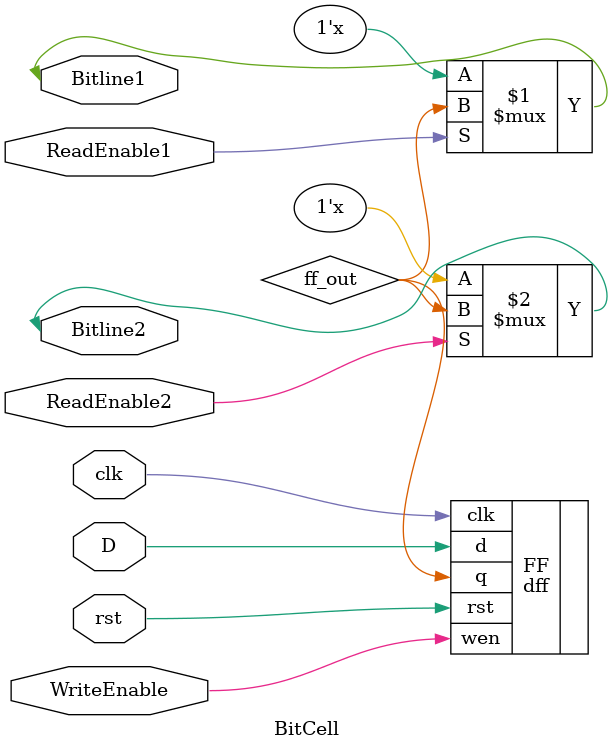
<source format=v>
module BitCell(input clk, input rst, input D, input WriteEnable, input ReadEnable1, input ReadEnable2, inout Bitline1, inout Bitline2);

	wire ff_out;
	dff FF (.q(ff_out), .d(D), .wen(WriteEnable), .clk(clk), .rst(rst));

	assign Bitline1 = ReadEnable1 ? ff_out : 1'bz;
	assign Bitline2 = ReadEnable2 ? ff_out : 1'bz;
endmodule

</source>
